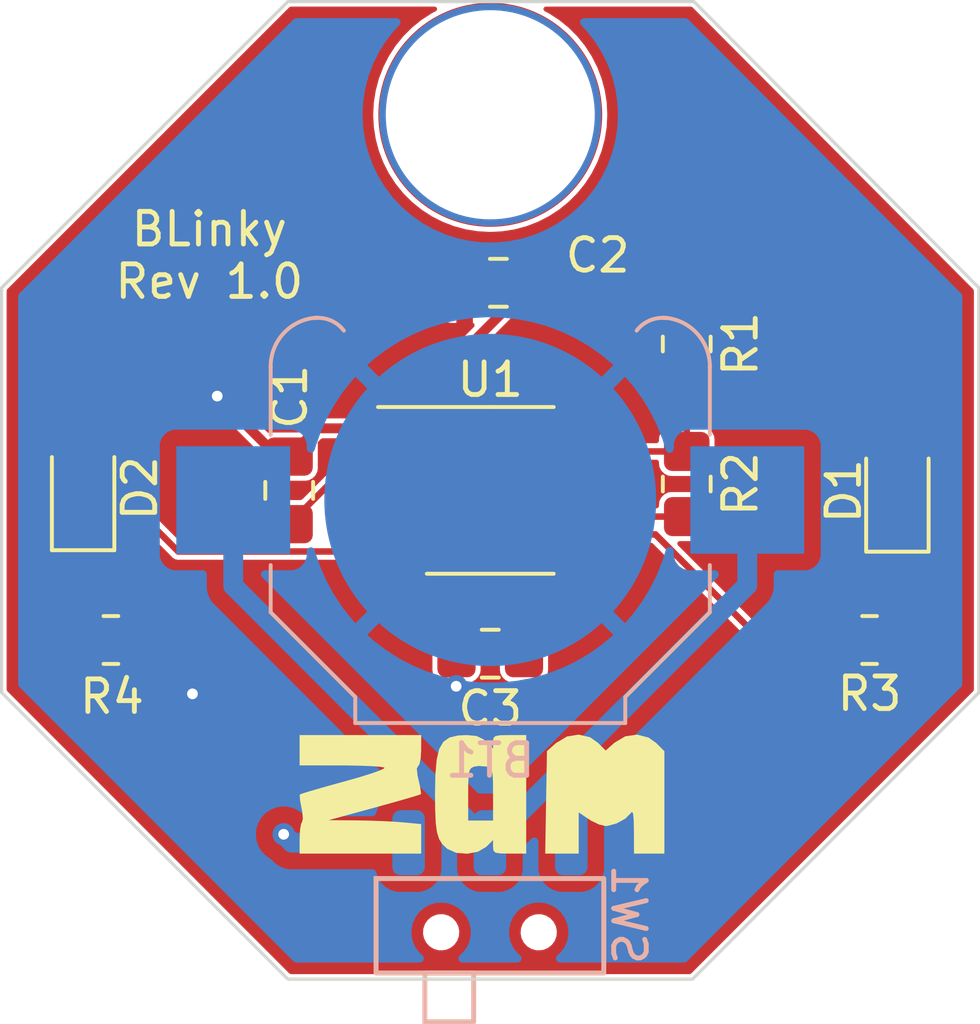
<source format=kicad_pcb>
(kicad_pcb (version 20211014) (generator pcbnew)
  (layers (0 "F.Cu" signal) (31 "B.Cu" signal) (34 "B.Paste" user) (35 "F.Paste" user) (36 "B.SilkS" user "B.Silkscreen") (37 "F.SilkS" user "F.Silkscreen") (38 "B.Mask" user) (39 "F.Mask" user) (44 "Edge.Cuts" user))
  (net 0 "")
  (net 1 "Net-(BT1-Pad1)")
  (net 2 "GND")
  (net 3 "Net-(C1-Pad1)")
  (net 4 "/VCC")
  (net 5 "Net-(C3-Pad1)")
  (net 6 "Net-(D1-Pad1)")
  (net 7 "Net-(D2-Pad1)")
  (net 8 "Net-(D2-Pad2)")
  (net 9 "Net-(R1-Pad2)")
  (footprint "Capacitor_SMD:C_0805_2012Metric_Pad1.18x1.45mm_HandSolder" (layer "F.Cu") (at 190.749683 46.816392)
    (fp_text reference "C2" (at 3.052317 -0.842392) (layer "F.SilkS"))
    (fp_text value "100nF")
    (fp_line (start -0.261252 -0.735) (end 0.261252 -0.735) (layer "F.SilkS") (width 0.12))
    (fp_line (start -0.261252 0.735) (end 0.261252 0.735) (layer "F.SilkS") (width 0.12))
    (pad "1" smd roundrect (at -1.0375 0) (size 1.175 1.45) (layers "F.Cu" "F.Paste" "F.Mask") (roundrect_rratio 0.212766) (net 4 "/VCC"))
    (pad "2" smd roundrect (at 1.0375 0) (size 1.175 1.45) (layers "F.Cu" "F.Paste" "F.Mask") (roundrect_rratio 0.212766) (net 2 "GND"))
  )
  (footprint "Resistor_SMD:R_0805_2012Metric_Pad1.20x1.40mm_HandSolder" (layer "F.Cu") (at 196.539683 48.696392 -90)
    (fp_text reference "R1" (at 0 -1.65 90) (layer "F.SilkS"))
    (fp_text value "10kΩ")
    (fp_line (start -0.227064 0.735) (end 0.227064 0.735) (layer "F.SilkS") (width 0.12))
    (fp_line (start -0.227064 -0.735) (end 0.227064 -0.735) (layer "F.SilkS") (width 0.12))
    (pad "1" smd roundrect (at -1 0 270) (size 1.2 1.4) (layers "F.Cu" "F.Paste" "F.Mask") (roundrect_rratio 0.208333) (net 4 "/VCC"))
    (pad "2" smd roundrect (at 1 0 270) (size 1.2 1.4) (layers "F.Cu" "F.Paste" "F.Mask") (roundrect_rratio 0.208333) (net 9 "Net-(R1-Pad2)"))
  )
  (footprint "MountingHole:MountingHole_3mm" (layer "F.Cu") (at 190.5 41.656)
    (property "Reference" "H?")
    (property "Value" "MountingHole")
    (fp_text reference "H1" hide)
    (fp_text value "MountingHole")
    (pad "" np_thru_hole circle (at 0 0) (size 3 3) (drill 3) (layers *.Cu *.Mask))
  )
  (footprint "LED_SMD:LED_0805_2012Metric_Pad1.15x1.40mm_HandSolder" (layer "F.Cu") (at 203.014683 53.213892 90)
    (fp_text reference "D1" (at 0 -1.65 90) (layer "F.SilkS"))
    (fp_text value "LED")
    (fp_line (start -1.86 0.96) (end 1 0.96) (layer "F.SilkS") (width 0.12))
    (fp_line (start 1 -0.96) (end -1.86 -0.96) (layer "F.SilkS") (width 0.12))
    (fp_line (start -1.86 -0.96) (end -1.86 0.96) (layer "F.SilkS") (width 0.12))
    (pad "1" smd roundrect (at -1.025 0 90) (size 1.15 1.4) (layers "F.Cu" "F.Paste" "F.Mask") (roundrect_rratio 0.217391) (net 6 "Net-(D1-Pad1)"))
    (pad "2" smd roundrect (at 1.025 0 90) (size 1.15 1.4) (layers "F.Cu" "F.Paste" "F.Mask") (roundrect_rratio 0.217391) (net 4 "/VCC"))
  )
  (footprint "Blinky_ZAM:ZAM_LOGO_440" (layer "F.Cu") (at 190.246 62.484)
    (fp_text reference "LG2" hide)
    (fp_text value "LOGO" hide)
    (fp_poly (pts (xy 3.322904 -1.710049) (xy 3.564177 -1.54073) (xy 3.802242 -1.303459) (xy 4.068682 -1.54073) (xy 4.402958 -1.739053) (xy 4.768241 -1.792194) (xy 5.121251 -1.7005) (xy 5.358375 -1.530513) (xy 5.606689 -1.283026) (xy 5.606689 1.862666) (xy 4.672241 1.862666) (xy 4.669658 1.164166) (xy 4.662819 0.820291) (xy 4.643847 0.630626) (xy 4.610337 0.580323) (xy 4.580486 0.613835) (xy 4.405484 0.78927) (xy 4.139112 0.935464) (xy 3.859551 1.012319) (xy 3.796341 1.016) (xy 3.5984 0.969188) (xy 3.354601 0.852379) (xy 3.282424 0.806884) (xy 2.973245 0.597769) (xy 2.973245 1.862666) (xy 1.94334 1.862666) (xy 1.969831 0.289202) (xy 1.996322 -1.284261) (xy 2.273749 -1.531131) (xy 2.609132 -1.733202) (xy 2.973037 -1.792946)) (layer "F.SilkS") (width 0) (fill solid))
    (fp_poly (pts (xy -1.868896 -1.319389) (xy -1.884286 -1.059875) (xy -1.92388 -0.880191) (xy -1.959908 -0.830542) (xy -2.004486 -0.74643) (xy -1.980759 -0.534015) (xy -1.949003 -0.39691) (xy -1.896092 -0.157784) (xy -1.874563 0.003135) (xy -1.879452 0.038743) (xy -1.968046 0.070611) (xy -2.193277 0.138712) (xy -2.52776 0.235127) (xy -2.944112 0.351932) (xy -3.313266 0.453514) (xy -4.714715 0.836028) (xy -3.865217 0.841949) (xy -3.419006 0.850489) (xy -2.959163 0.868183) (xy -2.562557 0.891795) (xy -2.442307 0.901845) (xy -1.868896 0.955819) (xy -1.868896 1.862666) (xy -5.606688 1.862666) (xy -5.606688 1.401996) (xy -5.594201 1.138407) (xy -5.562085 0.951359) (xy -5.533069 0.895979) (xy -5.506371 0.793553) (xy -5.524167 0.585614) (xy -5.547352 0.467773) (xy -5.591758 0.232944) (xy -5.603659 0.076166) (xy -5.595821 0.045612) (xy -5.504524 0.011219) (xy -5.277477 -0.05861) (xy -4.943064 -0.155583) (xy -4.529671 -0.271407) (xy -4.226654 -0.35434) (xy -3.768957 -0.483779) (xy -3.398593 -0.599063) (xy -3.137018 -0.692761) (xy -3.005692 -0.757443) (xy -2.998795 -0.779531) (xy -3.116269 -0.802447) (xy -3.370726 -0.821963) (xy -3.729262 -0.836479) (xy -4.15897 -0.844397) (xy -4.353678 -0.845371) (xy -5.606688 -0.846667) (xy -5.606688 -1.778) (xy -1.868896 -1.778)) (layer "F.SilkS") (width 0) (fill solid))
    (fp_poly (pts (xy 1.359198 1.862666) (xy 0.849499 1.862666) (xy 0.566931 1.85806) (xy 0.414364 1.833409) (xy 0.35194 1.772462) (xy 0.339804 1.658968) (xy 0.3398 1.654848) (xy 0.3398 1.44703) (xy 0.131287 1.654848) (xy -0.123592 1.804599) (xy -0.45542 1.867215) (xy -0.793478 1.839304) (xy -1.067048 1.717474) (xy -1.073167 1.712617) (xy -1.215101 1.578583) (xy -1.31608 1.422277) (xy -1.382788 1.21364) (xy -1.421905 0.922613) (xy -1.425332 0.846666) (xy -0.424749 0.846666) (xy 0.3398 0.846666) (xy 0.3398 0.043946) (xy 0.337762 -0.329222) (xy 0.3262 -0.566906) (xy 0.296945 -0.702948) (xy 0.241825 -0.771192) (xy 0.152672 -0.805482) (xy 0.133556 -0.810366) (xy -0.102097 -0.829269) (xy -0.248718 -0.806273) (xy -0.331093 -0.766631) (xy -0.382889 -0.688347) (xy -0.411097 -0.537493) (xy -0.422707 -0.28014) (xy -0.424749 0.048038) (xy -0.424749 0.846666) (xy -1.425332 0.846666) (xy -1.440113 0.519139) (xy -1.444147 0.043694) (xy -1.433381 -0.563323) (xy -1.394021 -1.021745) (xy -1.315476 -1.351358) (xy -1.187155 -1.571946) (xy -0.998465 -1.703296) (xy -0.738816 -1.765192) (xy -0.468947 -1.778) (xy -0.170413 -1.750379) (xy 0.040677 -1.649989) (xy 0.131287 -1.570182) (xy 0.3398 -1.362364) (xy 0.3398 -1.570182) (xy 0.351096 -1.685393) (xy 0.411556 -1.747599) (xy 0.561037 -1.773051) (xy 0.839394 -1.777999) (xy 0.849499 -1.778) (xy 1.359198 -1.778)) (layer "F.SilkS") (width 0) (fill solid))
  )
  (footprint "LED_SMD:LED_0805_2012Metric_Pad1.15x1.40mm_HandSolder" (layer "F.Cu") (at 177.984683 53.168892 90)
    (fp_text reference "D2" (at 0.0425 1.745 90) (layer "F.SilkS"))
    (fp_text value "LED")
    (fp_line (start -1.86 -0.96) (end -1.86 0.96) (layer "F.SilkS") (width 0.12))
    (fp_line (start 1 -0.96) (end -1.86 -0.96) (layer "F.SilkS") (width 0.12))
    (fp_line (start -1.86 0.96) (end 1 0.96) (layer "F.SilkS") (width 0.12))
    (pad "1" smd roundrect (at -1.025 0 90) (size 1.15 1.4) (layers "F.Cu" "F.Paste" "F.Mask") (roundrect_rratio 0.217391) (net 7 "Net-(D2-Pad1)"))
    (pad "2" smd roundrect (at 1.025 0 90) (size 1.15 1.4) (layers "F.Cu" "F.Paste" "F.Mask") (roundrect_rratio 0.217391) (net 8 "Net-(D2-Pad2)"))
  )
  (footprint "Capacitor_SMD:C_0805_2012Metric_Pad1.18x1.45mm_HandSolder" (layer "F.Cu") (at 184.319683 53.191392 90)
    (fp_text reference "C1" (at 2.87 0.02 90) (layer "F.SilkS"))
    (fp_text value "300nF")
    (fp_line (start -0.261252 -0.735) (end 0.261252 -0.735) (layer "F.SilkS") (width 0.12))
    (fp_line (start -0.261252 0.735) (end 0.261252 0.735) (layer "F.SilkS") (width 0.12))
    (pad "1" smd roundrect (at -1.0375 0 90) (size 1.175 1.45) (layers "F.Cu" "F.Paste" "F.Mask") (roundrect_rratio 0.212766) (net 3 "Net-(C1-Pad1)"))
    (pad "2" smd roundrect (at 1.0375 0 90) (size 1.175 1.45) (layers "F.Cu" "F.Paste" "F.Mask") (roundrect_rratio 0.212766) (net 2 "GND"))
  )
  (footprint "Resistor_SMD:R_0805_2012Metric_Pad1.20x1.40mm_HandSolder" (layer "F.Cu") (at 202.159683 57.786392 180)
    (fp_text reference "R3" (at 0 -1.65) (layer "F.SilkS"))
    (fp_text value "200Ω")
    (fp_line (start -0.227064 0.735) (end 0.227064 0.735) (layer "F.SilkS") (width 0.12))
    (fp_line (start -0.227064 -0.735) (end 0.227064 -0.735) (layer "F.SilkS") (width 0.12))
    (pad "1" smd roundrect (at -1 0 180) (size 1.2 1.4) (layers "F.Cu" "F.Paste" "F.Mask") (roundrect_rratio 0.208333) (net 6 "Net-(D1-Pad1)"))
    (pad "2" smd roundrect (at 1 0 180) (size 1.2 1.4) (layers "F.Cu" "F.Paste" "F.Mask") (roundrect_rratio 0.208333) (net 8 "Net-(D2-Pad2)"))
  )
  (footprint "Package_SO:SOIC-8_3.9x4.9mm_P1.27mm" (layer "F.Cu") (at 190.499683 53.191392)
    (fp_text reference "U1" (at 0 -3.4) (layer "F.SilkS"))
    (fp_text value "TLC551CD‎")
    (fp_line (start 0 2.56) (end 1.95 2.56) (layer "F.SilkS") (width 0.12))
    (fp_line (start 0 -2.56) (end -3.45 -2.56) (layer "F.SilkS") (width 0.12))
    (fp_line (start 0 2.56) (end -1.95 2.56) (layer "F.SilkS") (width 0.12))
    (fp_line (start 0 -2.56) (end 1.95 -2.56) (layer "F.SilkS") (width 0.12))
    (pad "1" smd roundrect (at -2.475 -1.905) (size 1.95 0.6) (layers "F.Cu" "F.Paste" "F.Mask") (net 2 "GND"))
    (pad "2" smd roundrect (at -2.475 -0.635) (size 1.95 0.6) (layers "F.Cu" "F.Paste" "F.Mask") (net 3 "Net-(C1-Pad1)"))
    (pad "3" smd roundrect (at -2.475 0.635) (size 1.95 0.6) (layers "F.Cu" "F.Paste" "F.Mask") (net 8 "Net-(D2-Pad2)"))
    (pad "4" smd roundrect (at -2.475 1.905) (size 1.95 0.6) (layers "F.Cu" "F.Paste" "F.Mask") (net 4 "/VCC"))
    (pad "5" smd roundrect (at 2.475 1.905) (size 1.95 0.6) (layers "F.Cu" "F.Paste" "F.Mask") (net 5 "Net-(C3-Pad1)"))
    (pad "6" smd roundrect (at 2.475 0.635) (size 1.95 0.6) (layers "F.Cu" "F.Paste" "F.Mask") (net 3 "Net-(C1-Pad1)"))
    (pad "7" smd roundrect (at 2.475 -0.635) (size 1.95 0.6) (layers "F.Cu" "F.Paste" "F.Mask") (net 9 "Net-(R1-Pad2)"))
    (pad "8" smd roundrect (at 2.475 -1.905) (size 1.95 0.6) (layers "F.Cu" "F.Paste" "F.Mask") (net 4 "/VCC"))
  )
  (footprint "Capacitor_SMD:C_0805_2012Metric_Pad1.18x1.45mm_HandSolder" (layer "F.Cu") (at 190.499683 58.206392 180)
    (fp_text reference "C3" (at 0 -1.68) (layer "F.SilkS"))
    (fp_text value "100nF")
    (fp_line (start -0.261252 -0.735) (end 0.261252 -0.735) (layer "F.SilkS") (width 0.12))
    (fp_line (start -0.261252 0.735) (end 0.261252 0.735) (layer "F.SilkS") (width 0.12))
    (pad "1" smd roundrect (at -1.0375 0 180) (size 1.175 1.45) (layers "F.Cu" "F.Paste" "F.Mask") (roundrect_rratio 0.212766) (net 5 "Net-(C3-Pad1)"))
    (pad "2" smd roundrect (at 1.0375 0 180) (size 1.175 1.45) (layers "F.Cu" "F.Paste" "F.Mask") (roundrect_rratio 0.212766) (net 2 "GND"))
  )
  (footprint "Resistor_SMD:R_0805_2012Metric_Pad1.20x1.40mm_HandSolder" (layer "F.Cu") (at 178.839683 57.786392)
    (fp_text reference "R4" (at 0.03 1.74) (layer "F.SilkS"))
    (fp_text value "200Ω")
    (fp_line (start -0.227064 -0.735) (end 0.227064 -0.735) (layer "F.SilkS") (width 0.12))
    (fp_line (start -0.227064 0.735) (end 0.227064 0.735) (layer "F.SilkS") (width 0.12))
    (pad "1" smd roundrect (at -1 0) (size 1.2 1.4) (layers "F.Cu" "F.Paste" "F.Mask") (roundrect_rratio 0.208333) (net 7 "Net-(D2-Pad1)"))
    (pad "2" smd roundrect (at 1 0) (size 1.2 1.4) (layers "F.Cu" "F.Paste" "F.Mask") (roundrect_rratio 0.208333) (net 2 "GND"))
  )
  (footprint "Resistor_SMD:R_0805_2012Metric_Pad1.20x1.40mm_HandSolder" (layer "F.Cu") (at 196.539683 52.996392 -90)
    (fp_text reference "R2" (at 0 -1.65 90) (layer "F.SilkS"))
    (fp_text value "1MΩ")
    (fp_line (start -0.227064 -0.735) (end 0.227064 -0.735) (layer "F.SilkS") (width 0.12))
    (fp_line (start -0.227064 0.735) (end 0.227064 0.735) (layer "F.SilkS") (width 0.12))
    (pad "1" smd roundrect (at -1 0 270) (size 1.2 1.4) (layers "F.Cu" "F.Paste" "F.Mask") (roundrect_rratio 0.208333) (net 9 "Net-(R1-Pad2)"))
    (pad "2" smd roundrect (at 1 0 270) (size 1.2 1.4) (layers "F.Cu" "F.Paste" "F.Mask") (roundrect_rratio 0.208333) (net 3 "Net-(C1-Pad1)"))
  )
  (footprint "Blinky_ZAM:SSK-1202" (layer "B.Cu") (at 190.489684 64.012793)
    (property "Reference" "SW?")
    (property "Value" "SW_SPDT")
    (fp_text reference "SW1" (at 4.26 2.2056 270 unlocked) (layer "B.SilkS") (effects (justify mirror)))
    (fp_text value "SW_SPDT")
    (fp_rect (start -3.500001 1.1) (end 3.500001 4) (layer "B.SilkS") (width 0.1524) (fill none))
    (fp_rect (start -2 5.499999) (end -0.5 4) (layer "B.SilkS") (width 0.1524) (fill none))
    (pad "" np_thru_hole circle (at -1.5 2.75) (size 0.8 0.8) (drill 0.8) (layers F&B.Cu *.Mask))
    (pad "" np_thru_hole circle (at 1.5 2.75) (size 0.8 0.8) (drill 0.8) (layers F&B.Cu *.Mask))
    (pad "1" smd roundrect (at -2.5 0) (size 1 2) (layers "B.Cu" "B.Paste" "B.Mask") (net 4 "/VCC"))
    (pad "2" smd roundrect (at 0 0) (size 1 2) (layers "B.Cu" "B.Paste" "B.Mask") (net 1 "Net-(BT1-Pad1)"))
    (pad "3" smd roundrect (at 2.5 0) (size 1 2) (layers "B.Cu" "B.Paste" "B.Mask"))
  )
  (footprint "Battery:BatteryHolder_Keystone_3000_1x12mm" (layer "B.Cu") (at 190.499683 53.486392)
    (fp_text reference "BT1" (at 0 8) (layer "B.SilkS") (effects (justify mirror)))
    (fp_text value "Battery_Cell")
    (fp_line (start 6.75 3.45) (end 6.75 2) (layer "B.SilkS") (width 0.12))
    (fp_line (start -6.75 3.45) (end -4.15 6.05) (layer "B.SilkS") (width 0.12))
    (fp_line (start 4.15 6.85) (end 4.15 6.05) (layer "B.SilkS") (width 0.12))
    (fp_line (start -4.15 6.05) (end -4.15 6.85) (layer "B.SilkS") (width 0.12))
    (fp_line (start -6.75 -2) (end -6.75 -4.1) (layer "B.SilkS") (width 0.12))
    (fp_line (start -6.75 2) (end -6.75 3.45) (layer "B.SilkS") (width 0.12))
    (fp_line (start 4.15 6.05) (end 6.75 3.45) (layer "B.SilkS") (width 0.12))
    (fp_line (start -4.15 6.85) (end 4.15 6.85) (layer "B.SilkS") (width 0.12))
    (fp_line (start 6.75 -2) (end 6.75 -4.1) (layer "B.SilkS") (width 0.12))
    (fp_arc (start 4.5 -5.2) (mid 4.90584 -5.514615) (end 5.414615 -5.58416) (layer "B.SilkS") (width 0.12))
    (fp_arc (start 5.3 -5.6) (mid 6.346016 -5.125305) (end 6.75 -4.05) (layer "B.SilkS") (width 0.12))
    (fp_arc (start -6.75 -4.05) (mid -6.346016 -5.125305) (end -5.3 -5.6) (layer "B.SilkS") (width 0.12))
    (fp_arc (start -5.414615 -5.58416) (mid -4.90584 -5.514615) (end -4.5 -5.2) (layer "B.SilkS") (width 0.12))
    (pad "1" smd rect (at 7.9 0) (size 3.5 3.3) (layers "B.Cu" "B.Paste" "B.Mask") (net 1 "Net-(BT1-Pad1)"))
    (pad "1" smd rect (at -7.9 0) (size 3.5 3.3) (layers "B.Cu" "B.Paste" "B.Mask") (net 1 "Net-(BT1-Pad1)"))
    (pad "2" smd circle (at 0 0) (size 10.2 10.2) (layers "B.Cu" "B.Mask") (net 2 "GND"))
  )
  (gr_circle locked (center 190.5 41.656) (end 193.840847 41.656) (layer "F.Cu") (width 0.2) (fill none))
  (gr_circle locked (center 190.5 41.656) (end 193.811756 41.656) (layer "B.Cu") (width 0.2) (fill none))
  (gr_poly (pts (xy 205.519683 46.971392) (xy 205.519683 59.401392) (xy 196.719683 68.201392) (xy 184.279683 68.201392) (xy 175.479683 59.401392) (xy 175.479683 46.971392) (xy 184.279683 38.181392) (xy 196.759683 38.181392)) (layer "Edge.Cuts") (width 0.1) (fill none))
  (gr_text "BLinky\nRev 1.0" (at 181.864 45.974) (layer "F.SilkS") (effects (font (size 1 1))))
  (segment (start 190.489684 64.012793) (end 182.599683 56.122792) (width 0.6096) (layer "B.Cu") (net 1))
  (segment (start 190.489684 64.012793) (end 198.399683 56.102794) (width 0.6096) (layer "B.Cu") (net 1))
  (segment (start 198.399683 56.102794) (end 198.399683 53.486392) (width 0.6096) (layer "B.Cu") (net 1))
  (segment (start 182.599683 56.122792) (end 182.599683 53.486392) (width 0.6096) (layer "B.Cu") (net 1))
  (segment (start 188.024683 51.286392) (end 185.187183 51.286392) (width 0.3048) (layer "F.Cu") (net 2))
  (segment (start 189.462183 58.206392) (end 189.462183 59.197926) (width 0.2) (layer "F.Cu") (net 2))
  (segment (start 183.965183 52.153892) (end 182.107683 50.296392) (width 0.3048) (layer "F.Cu") (net 2))
  (segment (start 184.319683 52.153892) (end 183.965183 52.153892) (width 0.3048) (layer "F.Cu") (net 2))
  (segment (start 188.024683 50.578892) (end 191.787183 46.816392) (width 0.3048) (layer "F.Cu") (net 2))
  (segment (start 188.024683 51.286392) (end 188.024683 50.578892) (width 0.3048) (layer "F.Cu") (net 2))
  (segment (start 179.839683 57.786392) (end 179.839683 57.934392) (width 0.2) (layer "F.Cu") (net 2))
  (segment (start 185.187183 51.286392) (end 184.319683 52.153892) (width 0.3048) (layer "F.Cu") (net 2))
  (segment (start 179.839683 57.934392) (end 181.345683 59.440392) (width 0.2) (layer "F.Cu") (net 2))
  (segment (start 189.462183 59.197926) (end 189.452103 59.208006) (width 0.2) (layer "F.Cu") (net 2))
  (via (at 182.107683 50.296392) (size 0.6858) (drill 0.3302) (layers "F.Cu" "B.Cu") (net 2))
  (via (at 189.452103 59.208006) (size 0.6858) (drill 0.3302) (layers "F.Cu" "B.Cu") (net 2))
  (via (at 181.345683 59.440392) (size 0.6858) (drill 0.3302) (layers "F.Cu" "B.Cu") (net 2))
  (segment (start 184.319683 54.228892) (end 185.992183 52.556392) (width 0.2) (layer "F.Cu") (net 3))
  (segment (start 192.974683 53.826392) (end 192.422763 53.274472) (width 0.2) (layer "F.Cu") (net 3))
  (segment (start 192.422763 53.274472) (end 188.742763 53.274472) (width 0.2) (layer "F.Cu") (net 3))
  (segment (start 188.742763 53.274472) (end 188.024683 52.556392) (width 0.2) (layer "F.Cu") (net 3))
  (segment (start 196.539683 53.996392) (end 193.144683 53.996392) (width 0.2) (layer "F.Cu") (net 3))
  (segment (start 185.992183 52.556392) (end 188.024683 52.556392) (width 0.2) (layer "F.Cu") (net 3))
  (segment (start 193.144683 53.996392) (end 192.974683 53.826392) (width 0.2) (layer "F.Cu") (net 3))
  (via (at 184.15 63.754) (size 0.6858) (drill 0.3302) (layers "F.Cu" "B.Cu") (net 4))
  (segment (start 187.989684 64.012793) (end 184.408793 64.012793) (width 0.6096) (layer "B.Cu") (net 4))
  (segment (start 184.408793 64.012793) (end 184.15 63.754) (width 0.6096) (layer "B.Cu") (net 4))
  (segment (start 192.974683 56.768892) (end 192.974683 55.096392) (width 0.2) (layer "F.Cu") (net 5))
  (segment (start 191.537183 58.206392) (end 192.974683 56.768892) (width 0.2) (layer "F.Cu") (net 5))
  (segment (start 203.014683 54.238892) (end 203.014683 57.641392) (width 0.2) (layer "F.Cu") (net 6))
  (segment (start 203.014683 57.641392) (end 203.159683 57.786392) (width 0.2) (layer "F.Cu") (net 6))
  (segment (start 177.984683 57.641392) (end 177.984683 54.193892) (width 0.2) (layer "F.Cu") (net 7))
  (segment (start 177.839683 57.786392) (end 177.984683 57.641392) (width 0.2) (layer "F.Cu") (net 7))
  (segment (start 187.751283 53.826392) (end 188.024683 53.826392) (width 0.2) (layer "F.Cu") (net 8))
  (segment (start 188.742763 54.544472) (end 195.577941 54.544472) (width 0.2) (layer "F.Cu") (net 8))
  (segment (start 195.577941 54.544472) (end 198.819861 57.786392) (width 0.2) (layer "F.Cu") (net 8))
  (segment (start 198.819861 57.786392) (end 201.159683 57.786392) (width 0.2) (layer "F.Cu") (net 8))
  (segment (start 188.024683 53.826392) (end 188.742763 54.544472) (width 0.2) (layer "F.Cu") (net 8))
  (segment (start 177.984683 52.143892) (end 180.909103 55.068312) (width 0.2) (layer "F.Cu") (net 8))
  (segment (start 180.909103 55.068312) (end 186.509363 55.068312) (width 0.2) (layer "F.Cu") (net 8))
  (segment (start 186.509363 55.068312) (end 187.751283 53.826392) (width 0.2) (layer "F.Cu") (net 8))
  (segment (start 196.539683 49.696392) (end 196.539683 51.996392) (width 0.2) (layer "F.Cu") (net 9))
  (segment (start 196.539683 51.996392) (end 193.534683 51.996392) (width 0.2) (layer "F.Cu") (net 9))
  (segment (start 193.534683 51.996392) (end 192.974683 52.556392) (width 0.2) (layer "F.Cu") (net 9))
  (zone (net 4) (net_name "/VCC") (layer "F.Cu") (connect_pads (clearance 0.1524)) (min_thickness 0.1524) (fill yes (thermal_gap 0.508) (thermal_bridge_width 0.508))
    (polygon (pts (xy 205.519683 46.966392) (xy 205.519683 59.406392) (xy 196.709683 68.206392) (xy 184.279683 68.196392) (xy 175.479683 59.396392) (xy 175.479683 46.966392) (xy 184.279683 38.176392) (xy 196.759683 38.176392)))
  )
  (zone (net 2) (net_name "GND") (layer "B.Cu") (connect_pads (clearance 0.508)) (min_thickness 0.254) (fill yes (thermal_gap 0.508) (thermal_bridge_width 0.508))
    (polygon (pts (xy 205.519683 46.966392) (xy 205.519683 59.386392) (xy 196.719683 68.206392) (xy 184.289683 68.196392) (xy 175.479683 59.406392) (xy 175.479683 46.966392) (xy 184.279683 38.186392) (xy 196.759683 38.176392)))
  )
)
</source>
